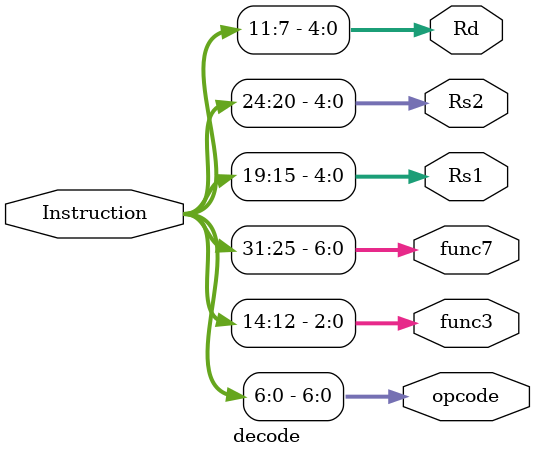
<source format=v>
module decode (
    input [31:0] Instruction,
    output [6:0] opcode,
    output [2:0] func3,
    output [6:0] func7,
    output [4:0] Rs1,
    output [4:0] Rs2,
    output [4:0] Rd
);
    assign opcode = Instruction[6:0];
    assign Rd     = Instruction[11:7];
    assign Rs1    = Instruction[19:15];
    assign Rs2    = Instruction[24:20];
    assign func3  = Instruction[14:12];
    assign func7  = Instruction[31:25]; 
endmodule
</source>
